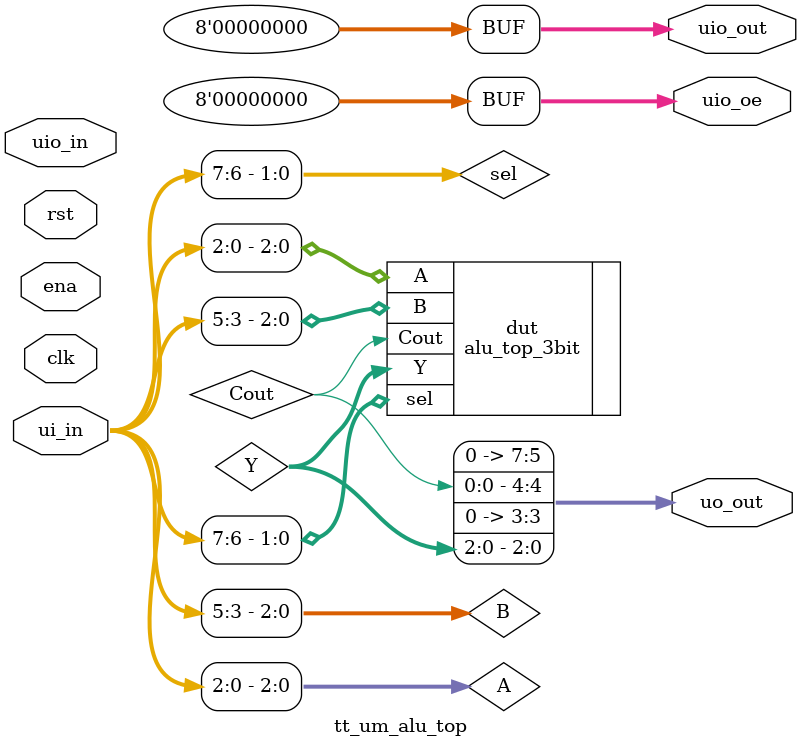
<source format=v>

module tt_um_alu_top (
    input  [7:0] ui_in,
    output [7:0] uo_out,
    input  [7:0] uio_in,
    output [7:0] uio_out,
    output [7:0] uio_oe,
    input        ena,
    input        clk,
    input        rst
);

    // Entradas codificadas en ui_in
    wire [2:0] A   = ui_in[2:0];   // Bits 0-2
    wire [2:0] B   = ui_in[5:3];   // Bits 3-5
    wire [1:0] sel = ui_in[7:6];   // Bits 6-7

    wire [2:0] Y;
    wire       Cout;

    // Instancia de la ALU de 3 bits
    alu_top_3bit dut (
        .A(A),
        .B(B),
        .sel(sel),
        .Y(Y),
        .Cout(Cout)
    );

    // Resultado y carry en la salida
    assign uo_out = {4'b0000, Cout, 1'b0, Y};

    // No se usan pines bidireccionales
    assign uio_out = 8'b0;
    assign uio_oe  = 8'b0;

endmodule

</source>
